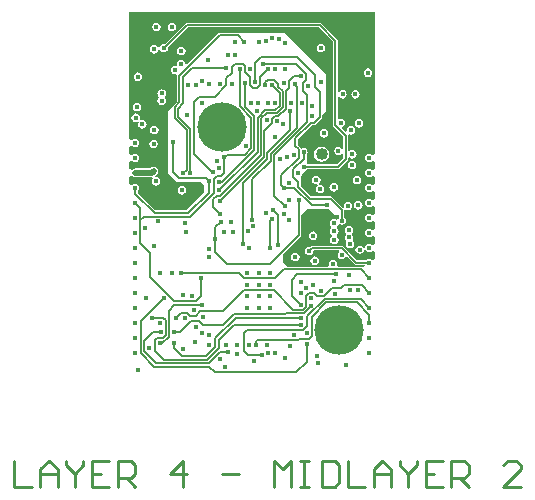
<source format=gbr>
%TF.GenerationSoftware,Altium Limited,Altium Designer,20.1.11 (218)*%
G04 Layer_Physical_Order=4*
G04 Layer_Color=16440176*
%FSLAX26Y26*%
%MOIN*%
%TF.SameCoordinates,F1652399-7491-40A6-9504-01A14B245E9D*%
%TF.FilePolarity,Positive*%
%TF.FileFunction,Copper,L4,Inr,Signal*%
%TF.Part,Single*%
G01*
G75*
%TA.AperFunction,Conductor*%
%ADD38C,0.005000*%
%ADD49C,0.019000*%
%TA.AperFunction,ComponentPad*%
%ADD62C,0.040000*%
%TA.AperFunction,ViaPad*%
%ADD64C,0.165000*%
%ADD65C,0.017716*%
%TA.AperFunction,NonConductor*%
%ADD66C,0.009842*%
G36*
X830428Y752959D02*
X826463Y750310D01*
X825384Y748695D01*
X819716Y748179D01*
X815132Y751242D01*
X809724Y752318D01*
X804317Y751242D01*
X799733Y748179D01*
X796670Y743595D01*
X795595Y738188D01*
X796670Y732781D01*
X799733Y728197D01*
X804317Y725134D01*
X809724Y724058D01*
X815132Y725134D01*
X819716Y728197D01*
X825385Y727683D01*
X826463Y726070D01*
X830428Y723421D01*
Y702959D01*
X826463Y700310D01*
X825384Y698695D01*
X819716Y698179D01*
X815132Y701242D01*
X809724Y702318D01*
X804317Y701242D01*
X799733Y698179D01*
X796670Y693595D01*
X795595Y688188D01*
X796670Y682781D01*
X799733Y678197D01*
X804317Y675134D01*
X809724Y674058D01*
X815132Y675134D01*
X819716Y678197D01*
X825385Y677683D01*
X826463Y676070D01*
X830428Y673421D01*
Y652959D01*
X826463Y650310D01*
X825384Y648695D01*
X819716Y648179D01*
X815132Y651242D01*
X809724Y652318D01*
X804317Y651242D01*
X799733Y648179D01*
X796670Y643595D01*
X795595Y638188D01*
X796670Y632781D01*
X799733Y628197D01*
X804317Y625134D01*
X809724Y624058D01*
X815132Y625134D01*
X819716Y628197D01*
X825385Y627683D01*
X826463Y626070D01*
X830428Y623421D01*
Y602959D01*
X826463Y600310D01*
X825384Y598695D01*
X819716Y598179D01*
X815132Y601242D01*
X809724Y602318D01*
X804317Y601242D01*
X799733Y598179D01*
X796670Y593595D01*
X795595Y588188D01*
X796670Y582781D01*
X799733Y578197D01*
X804317Y575134D01*
X809724Y574058D01*
X815132Y575134D01*
X819716Y578197D01*
X825385Y577683D01*
X826463Y576070D01*
X830428Y573421D01*
Y552959D01*
X826463Y550310D01*
X825384Y548695D01*
X819716Y548179D01*
X815132Y551242D01*
X809724Y552318D01*
X804317Y551242D01*
X799733Y548179D01*
X796670Y543595D01*
X795595Y538188D01*
X796670Y532781D01*
X799733Y528197D01*
X804317Y525134D01*
X809724Y524058D01*
X815132Y525134D01*
X819716Y528197D01*
X825385Y527683D01*
X826463Y526070D01*
X830428Y523421D01*
Y502959D01*
X826463Y500310D01*
X825384Y498695D01*
X819716Y498179D01*
X815132Y501242D01*
X809724Y502318D01*
X804317Y501242D01*
X799733Y498179D01*
X796670Y493595D01*
X795595Y488188D01*
X796670Y482781D01*
X799733Y478197D01*
X804317Y475134D01*
X809724Y474058D01*
X815132Y475134D01*
X819716Y478197D01*
X825385Y477683D01*
X826463Y476070D01*
X830428Y473421D01*
Y452959D01*
X826463Y450310D01*
X825384Y448695D01*
X819716Y448179D01*
X815132Y451242D01*
X809724Y452318D01*
X804317Y451242D01*
X799733Y448179D01*
X796670Y443595D01*
X795595Y438188D01*
X790879Y437265D01*
X787816Y441849D01*
X783232Y444912D01*
X777824Y445988D01*
X772417Y444912D01*
X767833Y441849D01*
X764770Y437265D01*
X763695Y431858D01*
X764770Y426451D01*
X767833Y421867D01*
X772417Y418804D01*
X777824Y417728D01*
X783232Y418804D01*
X787816Y421867D01*
X790879Y426451D01*
X791954Y431858D01*
X796670Y432781D01*
X799733Y428197D01*
X804317Y425134D01*
X809724Y424058D01*
X815132Y425134D01*
X819716Y428197D01*
X825385Y427683D01*
X826463Y426070D01*
X830428Y423421D01*
Y402959D01*
X826463Y400310D01*
X825384Y398695D01*
X819716Y398179D01*
X815132Y401242D01*
X809724Y402318D01*
X804317Y401242D01*
X799733Y398179D01*
X798167Y395835D01*
X769980D01*
X723407Y442407D01*
X720926Y444065D01*
X718000Y444647D01*
X619366D01*
X616440Y444065D01*
X613959Y442407D01*
X612190Y440638D01*
X609424Y441188D01*
X604017Y440112D01*
X599433Y437049D01*
X596370Y432465D01*
X595295Y427058D01*
X596370Y421651D01*
X599433Y417067D01*
X604017Y414004D01*
X609424Y412928D01*
X614832Y414004D01*
X619416Y417067D01*
X622479Y421651D01*
X623554Y427058D01*
X625438Y429353D01*
X708530D01*
X710047Y424353D01*
X708009Y422991D01*
X704946Y418407D01*
X703870Y413000D01*
X704946Y407593D01*
X708009Y403009D01*
X712593Y399946D01*
X718000Y398870D01*
X723407Y399946D01*
X727991Y403009D01*
X730440Y406674D01*
X735902Y408284D01*
X761405Y382781D01*
X763886Y381123D01*
X766812Y380541D01*
X794163D01*
X795067Y379273D01*
X792491Y374273D01*
X704715D01*
X701505Y379273D01*
X702159Y382560D01*
X701083Y387967D01*
X698020Y392551D01*
X693436Y395614D01*
X688029Y396690D01*
X682622Y395614D01*
X678038Y392551D01*
X674975Y387967D01*
X673899Y382560D01*
X674553Y379273D01*
X671344Y374273D01*
X540212D01*
X523414Y391070D01*
X523414Y417414D01*
X583000Y477000D01*
X583000Y546260D01*
X602341Y565601D01*
X676664Y565601D01*
X695177Y547088D01*
X709908Y547088D01*
X710077Y542158D01*
Y540016D01*
X707733Y538449D01*
X704670Y533865D01*
X699178Y531881D01*
X698832Y532112D01*
X693424Y533188D01*
X688017Y532112D01*
X683433Y529049D01*
X680370Y524465D01*
X679295Y519058D01*
X680370Y513651D01*
X683433Y509067D01*
X683691Y508895D01*
Y502881D01*
X683433Y502709D01*
X680370Y498125D01*
X679295Y492718D01*
X680370Y487311D01*
X683433Y482727D01*
X685528Y481327D01*
Y475449D01*
X683433Y474049D01*
X680370Y469465D01*
X679295Y464058D01*
X680370Y458651D01*
X683433Y454067D01*
X688017Y451004D01*
X693424Y449928D01*
X698832Y451004D01*
X703416Y454067D01*
X706479Y458651D01*
X707554Y464058D01*
X706479Y469465D01*
X703416Y474049D01*
X701321Y475449D01*
Y481327D01*
X703416Y482727D01*
X706479Y487311D01*
X707554Y492718D01*
X706479Y498125D01*
X703416Y502709D01*
X703158Y502881D01*
Y508895D01*
X703416Y509067D01*
X706479Y513651D01*
X711971Y515635D01*
X712317Y515404D01*
X717724Y514328D01*
X723132Y515404D01*
X727716Y518467D01*
X730779Y523051D01*
X731854Y528458D01*
X730779Y533865D01*
X727716Y538449D01*
X725371Y540016D01*
Y563276D01*
X725177Y564254D01*
X725251Y564327D01*
X729782Y566733D01*
X733117Y564504D01*
X738524Y563428D01*
X743932Y564504D01*
X748516Y567567D01*
X751578Y572151D01*
X752654Y577558D01*
X751578Y582965D01*
X748516Y587549D01*
X743932Y590612D01*
X738524Y591688D01*
X733117Y590612D01*
X728533Y587549D01*
X725470Y582965D01*
X724395Y577558D01*
X725156Y573729D01*
X720548Y571266D01*
X709908Y581906D01*
Y583092D01*
X683311Y609688D01*
X615498Y609688D01*
X581516Y643669D01*
Y676023D01*
X582991Y677009D01*
X586054Y681593D01*
X586350Y683078D01*
X602343Y699072D01*
Y700353D01*
X705428D01*
X708355Y700935D01*
X710836Y702593D01*
X736494Y728252D01*
X738152Y730732D01*
X738734Y733659D01*
Y737100D01*
X742119Y738516D01*
X743734Y738866D01*
X748017Y736004D01*
X753424Y734928D01*
X758832Y736004D01*
X763416Y739067D01*
X766479Y743651D01*
X767554Y749058D01*
X766479Y754465D01*
X763416Y759049D01*
X758832Y762112D01*
X753424Y763188D01*
X748017Y762112D01*
X743734Y759250D01*
X742119Y759600D01*
X738734Y761016D01*
Y811913D01*
X738519Y812996D01*
X742859Y816110D01*
X743017Y816004D01*
X748424Y814928D01*
X753832Y816004D01*
X758416Y819067D01*
X761479Y823651D01*
X762554Y829058D01*
X761479Y834465D01*
X758416Y839049D01*
X753832Y842112D01*
X748424Y843188D01*
X743017Y842112D01*
X738433Y839049D01*
X735370Y834465D01*
X734295Y829058D01*
X734907Y825978D01*
X730299Y823515D01*
X717537Y836277D01*
X719183Y841702D01*
X720407Y841946D01*
X724991Y845009D01*
X728054Y849593D01*
X729130Y855000D01*
X728054Y860407D01*
X724991Y864991D01*
X720407Y868054D01*
X715000Y869130D01*
X709593Y868054D01*
X704647Y870763D01*
Y938802D01*
X709647Y940318D01*
X710483Y939067D01*
X715067Y936004D01*
X720474Y934928D01*
X725882Y936004D01*
X730466Y939067D01*
X733529Y943651D01*
X734604Y949058D01*
X733529Y954465D01*
X730466Y959049D01*
X725882Y962112D01*
X720474Y963188D01*
X715067Y962112D01*
X710483Y959049D01*
X709647Y957798D01*
X704647Y959314D01*
Y1126955D01*
X704065Y1129882D01*
X702407Y1132362D01*
X649632Y1185138D01*
X647151Y1186795D01*
X644225Y1187377D01*
X201254D01*
X201254Y1187377D01*
X198327Y1186795D01*
X195846Y1185138D01*
X195846Y1185137D01*
X127268Y1116559D01*
X124503Y1117109D01*
X119096Y1116034D01*
X114512Y1112971D01*
X111449Y1108387D01*
X110982Y1106040D01*
X110094Y1105730D01*
X105779Y1105512D01*
X103416Y1109049D01*
X98832Y1112112D01*
X93424Y1113188D01*
X88017Y1112112D01*
X83433Y1109049D01*
X80370Y1104465D01*
X79295Y1099058D01*
X80370Y1093651D01*
X83433Y1089067D01*
X88017Y1086004D01*
X93424Y1084928D01*
X98832Y1086004D01*
X103416Y1089067D01*
X106478Y1093651D01*
X106945Y1095997D01*
X107833Y1096308D01*
X112148Y1096525D01*
X114512Y1092988D01*
X119096Y1089925D01*
X124503Y1088850D01*
X129910Y1089925D01*
X134494Y1092988D01*
X137557Y1097572D01*
X138632Y1102979D01*
X138082Y1105745D01*
X204421Y1172083D01*
X641057D01*
X689353Y1123788D01*
Y846000D01*
X689935Y843074D01*
X691593Y840593D01*
X723440Y808745D01*
Y769339D01*
X718440Y767822D01*
X716991Y769991D01*
X712407Y773054D01*
X707000Y774130D01*
X701593Y773054D01*
X697009Y769991D01*
X693946Y765407D01*
X692870Y760000D01*
X693946Y754593D01*
X697009Y750009D01*
X701593Y746946D01*
X707000Y745870D01*
X712407Y746946D01*
X716991Y750009D01*
X718440Y752178D01*
X723440Y750661D01*
Y736826D01*
X702261Y715647D01*
X605879D01*
X602344Y719183D01*
X602344Y748570D01*
X603696Y750593D01*
X604771Y756000D01*
X603696Y761407D01*
X600633Y765991D01*
X596049Y769054D01*
X590642Y770130D01*
X585235Y769054D01*
X583446Y767859D01*
X571000Y780304D01*
X571000Y799078D01*
X618342Y846353D01*
X624000D01*
X626926Y846935D01*
X629407Y848593D01*
X650731Y869917D01*
X650732Y869917D01*
X652389Y872398D01*
X652971Y875324D01*
X652971Y875325D01*
Y880933D01*
X664611Y892556D01*
X664611Y1017940D01*
X528551Y1154000D01*
X306000Y1154000D01*
X202389Y1050389D01*
X196964Y1052035D01*
X196478Y1054475D01*
X193416Y1059059D01*
X188832Y1062122D01*
X183424Y1063198D01*
X178017Y1062122D01*
X173433Y1059059D01*
X170370Y1054475D01*
X169295Y1049068D01*
X169356Y1048758D01*
X168834Y1047891D01*
X165024Y1044910D01*
X161414Y1045628D01*
X156007Y1044552D01*
X151423Y1041489D01*
X148360Y1036905D01*
X147285Y1031498D01*
X148360Y1026091D01*
X151423Y1021507D01*
X156007Y1018444D01*
X161414Y1017368D01*
X164398Y1017962D01*
X168850Y1014462D01*
X169000Y1014167D01*
Y925000D01*
X137534Y893534D01*
X137534Y688466D01*
X168082Y657917D01*
X249152Y657917D01*
X258676Y648220D01*
X258676Y623918D01*
X197147Y562239D01*
X96137D01*
X37201Y621175D01*
Y626630D01*
X39546Y628197D01*
X42608Y632781D01*
X43684Y638188D01*
X42608Y643595D01*
X39546Y648179D01*
X34962Y651242D01*
X29554Y652318D01*
X24147Y651242D01*
X19563Y648179D01*
X19560Y648175D01*
X13547D01*
X12120Y650310D01*
X8156Y652959D01*
Y673421D01*
X12120Y676070D01*
X13160Y677625D01*
X19101Y677734D01*
X23897Y674529D01*
X29554Y673404D01*
X85824D01*
X86004Y673440D01*
X87971Y669885D01*
X88260Y668790D01*
X85370Y664465D01*
X84295Y659058D01*
X85370Y653651D01*
X88433Y649067D01*
X93017Y646004D01*
X98424Y644928D01*
X103832Y646004D01*
X108416Y649067D01*
X111478Y653651D01*
X112554Y659058D01*
X111478Y664465D01*
X108416Y669049D01*
X103832Y672112D01*
X98463Y673180D01*
X98340Y673367D01*
X96431Y677411D01*
X96434Y677890D01*
X101008Y682464D01*
X104213Y687260D01*
X105338Y692918D01*
X104213Y698576D01*
X101008Y703372D01*
X96212Y706577D01*
X90554Y707702D01*
X84897Y706577D01*
X80100Y703372D01*
X79701Y702972D01*
X29554D01*
X23897Y701847D01*
X19101Y698642D01*
X13161Y698753D01*
X12120Y700310D01*
X8156Y702959D01*
Y723421D01*
X12120Y726070D01*
X13546Y728203D01*
X19559D01*
X19563Y728197D01*
X24147Y725134D01*
X29554Y724058D01*
X34962Y725134D01*
X39546Y728197D01*
X42608Y732781D01*
X43684Y738188D01*
X42608Y743595D01*
X39546Y748179D01*
X34962Y751242D01*
X29554Y752318D01*
X24147Y751242D01*
X19563Y748179D01*
X19560Y748175D01*
X13547D01*
X12120Y750310D01*
X8156Y752959D01*
Y773421D01*
X12120Y776070D01*
X13546Y778203D01*
X19559D01*
X19563Y778197D01*
X24147Y775134D01*
X29554Y774058D01*
X34962Y775134D01*
X39546Y778197D01*
X42608Y782781D01*
X43684Y788188D01*
X42608Y793595D01*
X39546Y798179D01*
X34962Y801242D01*
X29554Y802318D01*
X24147Y801242D01*
X19563Y798179D01*
X19560Y798175D01*
X13547D01*
X12120Y800310D01*
X8156Y802959D01*
Y1224128D01*
X830428D01*
Y752959D01*
D02*
G37*
%LPC*%
G36*
X151574Y1188188D02*
X146167Y1187112D01*
X141583Y1184049D01*
X138520Y1179465D01*
X137445Y1174058D01*
X138520Y1168651D01*
X141583Y1164067D01*
X146167Y1161004D01*
X151574Y1159928D01*
X156982Y1161004D01*
X161566Y1164067D01*
X164629Y1168651D01*
X165704Y1174058D01*
X164629Y1179465D01*
X161566Y1184049D01*
X156982Y1187112D01*
X151574Y1188188D01*
D02*
G37*
G36*
X100394D02*
X94987Y1187112D01*
X90403Y1184049D01*
X87340Y1179465D01*
X86265Y1174058D01*
X87340Y1168651D01*
X90403Y1164067D01*
X94987Y1161004D01*
X100394Y1159928D01*
X105802Y1161004D01*
X110386Y1164067D01*
X113448Y1168651D01*
X114524Y1174058D01*
X113448Y1179465D01*
X110386Y1184049D01*
X105802Y1187112D01*
X100394Y1188188D01*
D02*
G37*
G36*
X648278Y1117130D02*
X642871Y1116054D01*
X638287Y1112991D01*
X635224Y1108407D01*
X634149Y1103000D01*
X635224Y1097593D01*
X638287Y1093009D01*
X642871Y1089946D01*
X648278Y1088870D01*
X653686Y1089946D01*
X658270Y1093009D01*
X661332Y1097593D01*
X662408Y1103000D01*
X661332Y1108407D01*
X658270Y1112991D01*
X653686Y1116054D01*
X648278Y1117130D01*
D02*
G37*
G36*
X183424Y1108188D02*
X178017Y1107112D01*
X173433Y1104049D01*
X170370Y1099465D01*
X169295Y1094058D01*
X170370Y1088651D01*
X173433Y1084067D01*
X178017Y1081004D01*
X183424Y1079928D01*
X188832Y1081004D01*
X193416Y1084067D01*
X196478Y1088651D01*
X197554Y1094058D01*
X196478Y1099465D01*
X193416Y1104049D01*
X188832Y1107112D01*
X183424Y1108188D01*
D02*
G37*
G36*
X805714Y1035468D02*
X800307Y1034392D01*
X795723Y1031329D01*
X792660Y1026745D01*
X791585Y1021338D01*
X792660Y1015931D01*
X795723Y1011347D01*
X800307Y1008284D01*
X805714Y1007208D01*
X811122Y1008284D01*
X815706Y1011347D01*
X818769Y1015931D01*
X819844Y1021338D01*
X818769Y1026745D01*
X815706Y1031329D01*
X811122Y1034392D01*
X805714Y1035468D01*
D02*
G37*
G36*
X38000Y1022130D02*
X32593Y1021054D01*
X28009Y1017991D01*
X24946Y1013407D01*
X23870Y1008000D01*
X24946Y1002593D01*
X28009Y998009D01*
X32593Y994946D01*
X38000Y993870D01*
X43407Y994946D01*
X47991Y998009D01*
X51054Y1002593D01*
X52130Y1008000D01*
X51054Y1013407D01*
X47991Y1017991D01*
X43407Y1021054D01*
X38000Y1022130D01*
D02*
G37*
G36*
X763784Y963548D02*
X758377Y962472D01*
X753793Y959409D01*
X750730Y954825D01*
X749655Y949418D01*
X750730Y944011D01*
X753793Y939427D01*
X758377Y936364D01*
X763784Y935288D01*
X769192Y936364D01*
X773776Y939427D01*
X776838Y944011D01*
X777914Y949418D01*
X776838Y954825D01*
X773776Y959409D01*
X769192Y962472D01*
X763784Y963548D01*
D02*
G37*
G36*
X117899Y966403D02*
X112491Y965328D01*
X107907Y962265D01*
X104844Y957681D01*
X103769Y952274D01*
X104844Y946866D01*
X107016Y943617D01*
X107539Y940119D01*
X106988Y936884D01*
X104770Y933565D01*
X103695Y928158D01*
X104770Y922751D01*
X107833Y918167D01*
X112417Y915104D01*
X117824Y914028D01*
X123232Y915104D01*
X127816Y918167D01*
X130879Y922751D01*
X131954Y928158D01*
X130879Y933565D01*
X128185Y937596D01*
X127890Y942283D01*
X130953Y946866D01*
X132028Y952274D01*
X130953Y957681D01*
X127890Y962265D01*
X123306Y965328D01*
X117899Y966403D01*
D02*
G37*
G36*
X35748Y920898D02*
X30340Y919822D01*
X25756Y916759D01*
X22694Y912175D01*
X21618Y906768D01*
X22694Y901361D01*
X25756Y896777D01*
X30340Y893714D01*
X35748Y892638D01*
X41155Y893714D01*
X45739Y896777D01*
X48802Y901361D01*
X49877Y906768D01*
X48802Y912175D01*
X45739Y916759D01*
X41155Y919822D01*
X35748Y920898D01*
D02*
G37*
G36*
X775584Y866498D02*
X770177Y865422D01*
X765593Y862359D01*
X762530Y857775D01*
X761455Y852368D01*
X762530Y846961D01*
X765593Y842377D01*
X770177Y839314D01*
X775584Y838238D01*
X780992Y839314D01*
X785576Y842377D01*
X788639Y846961D01*
X789714Y852368D01*
X788639Y857775D01*
X785576Y862359D01*
X780992Y865422D01*
X775584Y866498D01*
D02*
G37*
G36*
X31134Y885468D02*
X25727Y884392D01*
X21143Y881329D01*
X18080Y876745D01*
X17005Y871338D01*
X18080Y865931D01*
X21143Y861347D01*
X25727Y858284D01*
X31134Y857208D01*
X36542Y858284D01*
X37216Y858735D01*
X40821Y855130D01*
X40370Y854455D01*
X39295Y849048D01*
X40370Y843641D01*
X43433Y839057D01*
X48017Y835994D01*
X53424Y834918D01*
X58832Y835994D01*
X63416Y839057D01*
X66478Y843641D01*
X67554Y849048D01*
X66478Y854455D01*
X63416Y859039D01*
X58832Y862102D01*
X53424Y863178D01*
X48017Y862102D01*
X47343Y861651D01*
X43738Y865256D01*
X44188Y865931D01*
X45264Y871338D01*
X44188Y876745D01*
X41126Y881329D01*
X36542Y884392D01*
X31134Y885468D01*
D02*
G37*
G36*
X93424Y844838D02*
X88017Y843762D01*
X83433Y840699D01*
X80370Y836115D01*
X79295Y830708D01*
X80370Y825301D01*
X83433Y820717D01*
X88017Y817654D01*
X93424Y816578D01*
X98832Y817654D01*
X103416Y820717D01*
X106478Y825301D01*
X107554Y830708D01*
X106478Y836115D01*
X103416Y840699D01*
X98832Y843762D01*
X93424Y844838D01*
D02*
G37*
G36*
X658424Y833188D02*
X653017Y832112D01*
X648433Y829049D01*
X645370Y824465D01*
X644295Y819058D01*
X645370Y813651D01*
X648433Y809067D01*
X653017Y806004D01*
X658424Y804928D01*
X663832Y806004D01*
X668416Y809067D01*
X671479Y813651D01*
X672554Y819058D01*
X671479Y824465D01*
X668416Y829049D01*
X663832Y832112D01*
X658424Y833188D01*
D02*
G37*
G36*
X90554Y797598D02*
X85147Y796522D01*
X80563Y793459D01*
X77500Y788875D01*
X76425Y783468D01*
X77500Y778061D01*
X80563Y773477D01*
X85147Y770414D01*
X90554Y769338D01*
X95962Y770414D01*
X100546Y773477D01*
X103609Y778061D01*
X104684Y783468D01*
X103609Y788875D01*
X100546Y793459D01*
X95962Y796522D01*
X90554Y797598D01*
D02*
G37*
G36*
X650473Y774548D02*
X640718Y772607D01*
X632449Y767082D01*
X626923Y758812D01*
X624983Y749058D01*
X626923Y739303D01*
X632449Y731034D01*
X640718Y725509D01*
X650473Y723568D01*
X660227Y725509D01*
X668497Y731034D01*
X674022Y739303D01*
X675962Y749058D01*
X674022Y758812D01*
X668497Y767082D01*
X660227Y772607D01*
X650473Y774548D01*
D02*
G37*
G36*
X752994Y727758D02*
X747587Y726682D01*
X743003Y723619D01*
X739940Y719035D01*
X738865Y713628D01*
X739940Y708221D01*
X743003Y703637D01*
X747587Y700574D01*
X752994Y699498D01*
X758402Y700574D01*
X762986Y703637D01*
X766048Y708221D01*
X767124Y713628D01*
X766048Y719035D01*
X762986Y723619D01*
X758402Y726682D01*
X752994Y727758D01*
D02*
G37*
G36*
X768424Y678188D02*
X763017Y677112D01*
X758433Y674049D01*
X755370Y669465D01*
X754295Y664058D01*
X755370Y658651D01*
X758433Y654067D01*
X763017Y651004D01*
X768424Y649928D01*
X773832Y651004D01*
X778416Y654067D01*
X781479Y658651D01*
X782554Y664058D01*
X781479Y669465D01*
X778416Y674049D01*
X773832Y677112D01*
X768424Y678188D01*
D02*
G37*
G36*
X691144Y653188D02*
X685737Y652112D01*
X681153Y649049D01*
X678090Y644465D01*
X677015Y639058D01*
X678090Y633651D01*
X681153Y629067D01*
X685737Y626004D01*
X691144Y624928D01*
X696552Y626004D01*
X701136Y629067D01*
X704198Y633651D01*
X705274Y639058D01*
X704198Y644465D01*
X701136Y649049D01*
X696552Y652112D01*
X691144Y653188D01*
D02*
G37*
G36*
X633424Y678178D02*
X628017Y677102D01*
X623433Y674039D01*
X620370Y669455D01*
X619295Y664048D01*
X620370Y658641D01*
X623433Y654057D01*
X628017Y650994D01*
X633424Y649918D01*
X635996Y650430D01*
X637002Y650630D01*
X638953Y645920D01*
X638136Y645374D01*
X636153Y644049D01*
X633090Y639465D01*
X632015Y634058D01*
X633090Y628651D01*
X636153Y624067D01*
X640737Y621004D01*
X646144Y619928D01*
X651552Y621004D01*
X656136Y624067D01*
X659198Y628651D01*
X660274Y634058D01*
X659198Y639465D01*
X656136Y644049D01*
X651552Y647112D01*
X646144Y648188D01*
X643573Y647676D01*
X642567Y647476D01*
X640616Y652186D01*
X641433Y652732D01*
X643416Y654057D01*
X646479Y658641D01*
X647554Y664048D01*
X646479Y669455D01*
X643416Y674039D01*
X638832Y677102D01*
X633424Y678178D01*
D02*
G37*
G36*
X185034Y643588D02*
X179627Y642512D01*
X175043Y639449D01*
X171980Y634865D01*
X170905Y629458D01*
X171980Y624051D01*
X175043Y619467D01*
X179627Y616404D01*
X185034Y615328D01*
X190442Y616404D01*
X195026Y619467D01*
X198089Y624051D01*
X199164Y629458D01*
X198089Y634865D01*
X195026Y639449D01*
X190442Y642512D01*
X185034Y643588D01*
D02*
G37*
G36*
X773024Y593588D02*
X767617Y592512D01*
X763033Y589449D01*
X759970Y584865D01*
X758895Y579458D01*
X759970Y574051D01*
X763033Y569467D01*
X767617Y566404D01*
X773024Y565328D01*
X778432Y566404D01*
X783016Y569467D01*
X786078Y574051D01*
X787154Y579458D01*
X786078Y584865D01*
X783016Y589449D01*
X778432Y592512D01*
X773024Y593588D01*
D02*
G37*
G36*
X622724Y492088D02*
X617317Y491012D01*
X612733Y487949D01*
X609670Y483365D01*
X608595Y477958D01*
X609670Y472551D01*
X612733Y467967D01*
X617317Y464904D01*
X622724Y463828D01*
X628132Y464904D01*
X632716Y467967D01*
X635779Y472551D01*
X636854Y477958D01*
X635779Y483365D01*
X632716Y487949D01*
X628132Y491012D01*
X622724Y492088D01*
D02*
G37*
G36*
X742424Y511188D02*
X737017Y510112D01*
X732433Y507049D01*
X729370Y502465D01*
X728295Y497058D01*
X729370Y491651D01*
X731520Y488433D01*
X732092Y485048D01*
X731520Y481663D01*
X729370Y478445D01*
X728295Y473038D01*
X729370Y467631D01*
X732433Y463047D01*
X733050Y456621D01*
X732010Y455065D01*
X730935Y449658D01*
X732010Y444251D01*
X735073Y439667D01*
X739657Y436604D01*
X745064Y435528D01*
X750472Y436604D01*
X755056Y439667D01*
X758119Y444251D01*
X759194Y449658D01*
X758119Y455065D01*
X755056Y459649D01*
X754439Y466075D01*
X755479Y467631D01*
X756554Y473038D01*
X755479Y478445D01*
X753328Y481663D01*
X752757Y485048D01*
X753328Y488433D01*
X755479Y491651D01*
X756554Y497058D01*
X755479Y502465D01*
X752416Y507049D01*
X747832Y510112D01*
X742424Y511188D01*
D02*
G37*
G36*
X563424Y421188D02*
X558017Y420112D01*
X553433Y417049D01*
X550370Y412465D01*
X549295Y407058D01*
X550370Y401651D01*
X553433Y397067D01*
X558017Y394004D01*
X563424Y392928D01*
X568832Y394004D01*
X573416Y397067D01*
X576479Y401651D01*
X577554Y407058D01*
X576479Y412465D01*
X573416Y417049D01*
X568832Y420112D01*
X563424Y421188D01*
D02*
G37*
G36*
X627424Y409188D02*
X622017Y408112D01*
X617433Y405049D01*
X614370Y400465D01*
X613295Y395058D01*
X614370Y389651D01*
X617433Y385067D01*
X622017Y382004D01*
X627424Y380928D01*
X632832Y382004D01*
X637416Y385067D01*
X640479Y389651D01*
X641554Y395058D01*
X640479Y400465D01*
X637416Y405049D01*
X632832Y408112D01*
X627424Y409188D01*
D02*
G37*
%LPD*%
D38*
X175970Y669029D02*
X264753D01*
X154642Y690358D02*
Y791265D01*
Y690358D02*
X175970Y669029D01*
X274824Y620824D02*
Y658958D01*
X94562Y553000D02*
X207000D01*
X274824Y620824D01*
X29554Y618008D02*
X94562Y553000D01*
X276056Y42000D02*
X295557Y22500D01*
X92000Y42000D02*
X276056D01*
X48424Y85576D02*
X92000Y42000D01*
X48424Y85576D02*
Y193468D01*
X767314Y256158D02*
X809724Y213748D01*
Y188188D02*
Y213748D01*
X609424Y427058D02*
X619366Y437000D01*
X718000D01*
X766812Y388188D01*
X681000Y600000D02*
X717724Y563276D01*
Y528458D02*
Y563276D01*
X572000Y641000D02*
Y657000D01*
X556000Y673000D02*
Y699000D01*
Y673000D02*
X572000Y657000D01*
Y641000D02*
X613000Y600000D01*
X330287Y742000D02*
X336287Y748000D01*
X327000Y742000D02*
X330287D01*
X336287Y748000D02*
X395002D01*
X87371Y204815D02*
X121186D01*
X130534Y195466D01*
X86614Y204058D02*
X87371Y204815D01*
X782005Y365908D02*
X809724Y338188D01*
X524274Y365908D02*
X782005D01*
X296379Y422945D02*
Y469840D01*
X296352Y466986D02*
Y507286D01*
X314124Y525058D01*
X296379Y422945D02*
X335324Y384000D01*
X574358Y480358D02*
Y597000D01*
X478000Y384000D02*
X574358Y480358D01*
X335324Y384000D02*
X478000D01*
X188424Y685388D02*
X188754D01*
X201000Y697634D01*
X161000Y871000D02*
X201000Y831000D01*
Y697634D02*
Y831000D01*
X161000Y871000D02*
Y906142D01*
X177000Y1012000D02*
X310734Y1145734D01*
X177000Y922142D02*
Y1012000D01*
X310734Y1145734D02*
X372028D01*
X161000Y906142D02*
X177000Y922142D01*
X372028Y1145734D02*
X393704Y1124058D01*
X590642Y756000D02*
X591000Y755642D01*
X590642Y708000D02*
X705428D01*
X591000Y734000D02*
Y755642D01*
X574000Y738000D02*
Y765490D01*
X517000Y681000D02*
X574000Y738000D01*
X563000Y776490D02*
X574000Y765490D01*
X556000Y699000D02*
X591000Y734000D01*
X59424Y92718D02*
X98142Y54000D01*
X59424Y92718D02*
Y127058D01*
X98142Y54000D02*
X274866D01*
X295557Y22500D02*
X565847D01*
X274866Y54000D02*
X310924Y90058D01*
X265386Y76000D02*
X296662Y107276D01*
X157484Y102516D02*
X184000Y76000D01*
X157484Y102516D02*
Y120078D01*
X184000Y76000D02*
X265386D01*
X95424Y94576D02*
X125000Y65000D01*
X269000D02*
X308000Y104000D01*
X125000Y65000D02*
X269000D01*
X95424Y94576D02*
Y129058D01*
X140824Y141448D02*
Y226824D01*
X160068Y246068D02*
X253424D01*
X140824Y226824D02*
X160068Y246068D01*
X165354Y204058D02*
X182354Y221058D01*
X160382Y259000D02*
X231966D01*
X250224Y277258D01*
X79424Y339958D02*
X160382Y259000D01*
X254424Y179058D02*
X320884D01*
X358826Y217000D02*
X529366D01*
X320884Y179058D02*
X358826Y217000D01*
X529366D02*
X534064Y221698D01*
X308000Y104000D02*
Y131000D01*
X358058Y181058D02*
X582424D01*
X308000Y131000D02*
X358058Y181058D01*
X364058Y204058D02*
X582424D01*
X296662Y107276D02*
Y136662D01*
X364058Y204058D01*
X310924Y90058D02*
X337424D01*
X565847Y22500D02*
X601424Y58077D01*
X494424Y336058D02*
X524274Y365908D01*
X766812Y388188D02*
X809724D01*
X212599Y685388D02*
Y833544D01*
X264753Y669029D02*
X274824Y658958D01*
X289000Y573182D02*
X312124Y550058D01*
X601424Y58077D02*
Y117058D01*
X602324Y857324D02*
Y945758D01*
X588724Y959358D02*
X602324Y945758D01*
X644225Y1179730D02*
X697000Y1126955D01*
X124503Y1102979D02*
X201254Y1179730D01*
X644225D01*
X697000Y846000D02*
Y1126955D01*
X731087Y733659D02*
Y811913D01*
X697000Y846000D02*
X731087Y811913D01*
X705428Y708000D02*
X731087Y733659D01*
X171000Y875142D02*
X212599Y833544D01*
X171000Y875142D02*
Y902000D01*
X29554Y618008D02*
Y638188D01*
X57519Y541986D02*
X213592D01*
X291724Y620119D02*
Y666724D01*
X213592Y541986D02*
X291724Y620119D01*
X29554Y588188D02*
X46924Y570818D01*
Y531392D02*
Y570818D01*
Y452428D02*
Y531392D01*
X57519Y541986D01*
X504424Y446058D02*
Y548576D01*
X188000Y1007000D02*
X218458Y1037458D01*
X188000Y919000D02*
Y1007000D01*
X218458Y1037458D02*
X330624D01*
X171000Y902000D02*
X188000Y919000D01*
X614000Y854000D02*
X624000D01*
X645324Y875324D02*
Y957658D01*
X624000Y854000D02*
X645324Y875324D01*
X489000Y564000D02*
X504424Y548576D01*
X477693Y437817D02*
Y525667D01*
X486284Y534258D01*
X389066Y450934D02*
X390000Y450000D01*
X389066Y450934D02*
Y653066D01*
X527000Y638000D02*
X559000D01*
X617242Y579758D02*
X667324D01*
X559000Y638000D02*
X617242Y579758D01*
X613000Y600000D02*
X681000D01*
X517000Y648000D02*
Y681000D01*
X563000Y803000D02*
X614000Y854000D01*
X563000Y776490D02*
Y803000D01*
X492000Y747000D02*
X602324Y857324D01*
X492000Y611045D02*
Y747000D01*
X481000Y728686D02*
Y751000D01*
X568000Y838000D02*
Y972771D01*
X481000Y751000D02*
X568000Y838000D01*
X517000Y648000D02*
X527000Y638000D01*
X552000Y277482D02*
Y331000D01*
X570378Y349378D02*
X698674D01*
X552000Y331000D02*
X570378Y349378D01*
X552000Y277482D02*
X581424Y248058D01*
X327000Y687190D02*
Y742000D01*
X315810Y676000D02*
X327000Y687190D01*
X301000Y676000D02*
X315810D01*
X395002Y748000D02*
X416292Y769290D01*
X291724Y666724D02*
X301000Y676000D01*
X449000Y868858D02*
X467142Y887000D01*
X313000Y611000D02*
X449000Y747000D01*
Y868858D01*
X310924Y592558D02*
X460000Y741634D01*
Y828000D02*
X485000Y853000D01*
X460000Y741634D02*
Y828000D01*
X308324Y629458D02*
X309458D01*
X438000Y872000D02*
X463000Y897000D01*
X309458Y629458D02*
X438000Y758000D01*
Y872000D01*
X470000Y734000D02*
Y755000D01*
X389066Y653066D02*
X470000Y734000D01*
Y755000D02*
X546035Y831035D01*
X419140Y666826D02*
X481000Y728686D01*
X492000Y611045D02*
X527564Y575481D01*
X396812Y906188D02*
X427000Y876000D01*
Y765000D02*
Y876000D01*
X390000Y728000D02*
X427000Y765000D01*
X416292Y769290D02*
Y871708D01*
X378424Y909576D02*
X416292Y871708D01*
X561424Y979346D02*
X568000Y972771D01*
X561424Y979346D02*
Y982058D01*
X546035Y831035D02*
Y895368D01*
X419140Y531774D02*
Y666826D01*
X485000Y853000D02*
Y868000D01*
X301000Y611000D02*
X313000D01*
X289000Y599000D02*
X301000Y611000D01*
X289000Y573182D02*
Y599000D01*
X485000Y868000D02*
X494000Y877000D01*
X506186D01*
X467142Y887000D02*
X502000D01*
X520534Y905534D01*
X506186Y877000D02*
X531000Y901814D01*
X520534Y905534D02*
Y959248D01*
X543000Y971000D02*
Y992734D01*
X531000Y901814D02*
Y959000D01*
X543000Y971000D01*
Y992734D02*
X559324Y1009058D01*
X463000Y897000D02*
X495766D01*
X510534Y911768D01*
X318794Y656794D02*
X390000Y728000D01*
X308674Y656794D02*
X318794D01*
X390000Y728000D02*
X390000D01*
X510534Y911768D02*
Y954848D01*
X396812Y906188D02*
Y985658D01*
X378424Y909576D02*
Y1034058D01*
X286917Y691366D02*
X287216D01*
X450416Y1073416D02*
X569584D01*
X628000Y1015000D01*
Y974982D02*
X645324Y957658D01*
X628000Y974982D02*
Y1015000D01*
X432424Y112058D02*
Y125424D01*
X438000Y131000D02*
X573066D01*
X432424Y125424D02*
X438000Y131000D01*
X573066D02*
X577066Y135000D01*
X609166D02*
X618424Y144258D01*
X577066Y135000D02*
X609166D01*
X227000Y751282D02*
X286917Y691366D01*
X227000Y924484D02*
X243574Y941058D01*
X227000Y751282D02*
Y924484D01*
X588724Y985458D02*
X599783Y996516D01*
Y1015834D01*
X564616Y1051000D02*
X599783Y1015834D01*
X457000Y1051000D02*
X564616D01*
X446358Y1006859D02*
X473424Y1033925D01*
X446358Y982000D02*
Y1006859D01*
X430000Y988776D02*
Y1053000D01*
X450416Y1073416D01*
X588724Y959358D02*
Y985458D01*
X463684Y979298D02*
X463704Y979278D01*
Y978958D02*
Y979278D01*
X436000Y971642D02*
X446358Y982000D01*
X423224Y971642D02*
X436000D01*
X413642Y981224D02*
X423224Y971642D01*
X413642Y981224D02*
Y1007441D01*
X395724Y1025358D02*
X413642Y1007441D01*
X486424Y978958D02*
X510534Y954848D01*
X463684Y989518D02*
X471524Y997358D01*
X463684Y979298D02*
Y989518D01*
X717000Y305000D02*
X726058Y314058D01*
X684166Y305000D02*
X717000D01*
X726058Y314058D02*
X783854D01*
X657224Y278058D02*
X684166Y305000D01*
X783854Y314058D02*
X809724Y288188D01*
X403698Y164698D02*
X589724D01*
X391424Y94058D02*
Y152424D01*
X403698Y164698D01*
X320558Y225558D02*
X392058Y297058D01*
X246924Y225558D02*
X320558D01*
X392058Y297058D02*
X491224D01*
X48424Y193468D02*
X124014Y269058D01*
X130534Y146168D02*
Y195466D01*
X59424Y127058D02*
X87884Y155518D01*
X603424Y208758D02*
X660944Y266278D01*
X771345D02*
X771464Y266158D01*
X660944Y266278D02*
X771345D01*
X781754Y266158D02*
X809724Y238188D01*
X771464Y266158D02*
X781754D01*
X46924Y452428D02*
X79424Y419928D01*
X293824Y941058D02*
X332000Y979234D01*
Y1002534D02*
X350924Y1021458D01*
X332000Y979234D02*
Y1002534D01*
X243574Y941058D02*
X293824D01*
X393424Y336058D02*
X494424D01*
X374424Y355058D02*
X393424Y336058D01*
X559324Y1009058D02*
X583424D01*
X387224Y1050858D02*
X395724Y1042358D01*
Y1025358D02*
Y1042358D01*
X666524Y256158D02*
X767314D01*
X618424Y208058D02*
X666524Y256158D01*
X618424Y144258D02*
Y208058D01*
X505924Y973858D02*
X520534Y959248D01*
X505924Y973858D02*
Y984458D01*
X493024Y997358D02*
X505924Y984458D01*
X471524Y997358D02*
X493024D01*
X181424Y355058D02*
X374424D01*
X615114Y244458D02*
Y244568D01*
X592354Y221698D02*
X615114Y244458D01*
X534064Y221698D02*
X592354D01*
X241424Y192058D02*
X254424Y179058D01*
X215434Y192058D02*
X241424D01*
X178894Y155518D02*
X215434Y192058D01*
X157484Y155518D02*
X178894D01*
X361424Y1050858D02*
X387224D01*
X350924Y1040358D02*
X361424Y1050858D01*
X350924Y1021458D02*
Y1040358D01*
X79424Y339958D02*
Y419928D01*
X250224Y277258D02*
Y337758D01*
X404444Y81038D02*
X450464D01*
X391424Y94058D02*
X404444Y81038D01*
X589724Y164698D02*
X603424Y178398D01*
Y208758D01*
X112174Y120078D02*
X119454D01*
X140824Y141448D01*
X121424Y137058D02*
X130534Y146168D01*
X103424Y137058D02*
X121424D01*
X95424Y129058D02*
X103424Y137058D01*
X87884Y155518D02*
X114174D01*
X182354Y221058D02*
X203424D01*
X213424Y211058D01*
X232424D01*
X246924Y225558D01*
X491224Y297058D02*
X556584Y231698D01*
X588204D01*
X597784Y241278D01*
Y276918D01*
X608324Y287458D01*
X626424D01*
X635824Y278058D01*
X657224D01*
D49*
X29554Y688188D02*
X85824D01*
X90554Y692918D01*
D62*
X650473Y749058D02*
D03*
D64*
X708424Y164058D02*
D03*
X318424Y839058D02*
D03*
D65*
X496558Y1033925D02*
D03*
X111000Y188456D02*
D03*
X185034Y629458D02*
D03*
X314124Y525058D02*
D03*
X574358Y597000D02*
D03*
X219424Y277058D02*
D03*
X296352Y466986D02*
D03*
X557642Y747067D02*
D03*
X188424Y685388D02*
D03*
X393704Y1124058D02*
D03*
X524924Y987058D02*
D03*
X233724Y636158D02*
D03*
X274824Y658958D02*
D03*
X105000Y525628D02*
D03*
X98424Y659058D02*
D03*
X590642Y708000D02*
D03*
Y756000D02*
D03*
X534925Y739000D02*
D03*
X165354Y204058D02*
D03*
X328000Y42000D02*
D03*
X311000Y67000D02*
D03*
X212599Y685388D02*
D03*
X312124Y550058D02*
D03*
X326002Y491991D02*
D03*
X547000Y112000D02*
D03*
X601424Y117058D02*
D03*
X619094Y911418D02*
D03*
X585584Y919058D02*
D03*
X399934Y776066D02*
D03*
X745064Y449658D02*
D03*
X743000Y348000D02*
D03*
X688029Y382560D02*
D03*
X718000Y413000D02*
D03*
X90554Y692918D02*
D03*
X124503Y1102979D02*
D03*
X183424Y1094058D02*
D03*
X161414Y1031498D02*
D03*
X207000Y979000D02*
D03*
X495000Y808000D02*
D03*
X541283Y597345D02*
D03*
X504424Y446058D02*
D03*
X541642Y531775D02*
D03*
X350424Y523426D02*
D03*
X486284Y534258D02*
D03*
X355524Y490058D02*
D03*
X154642Y791265D02*
D03*
X619094Y875988D02*
D03*
X489000Y564000D02*
D03*
X527000Y638000D02*
D03*
X477693Y437817D02*
D03*
X390000Y450000D02*
D03*
X409276Y437980D02*
D03*
X405424Y492058D02*
D03*
X610714Y634058D02*
D03*
X573000Y687000D02*
D03*
X707000Y760000D02*
D03*
X582642Y791067D02*
D03*
X658424Y844058D02*
D03*
X667324Y579758D02*
D03*
X691144Y639058D02*
D03*
X183424Y1049068D02*
D03*
X362204Y1124058D02*
D03*
X277124Y434358D02*
D03*
X622724Y477958D02*
D03*
X327000Y742000D02*
D03*
X542030Y655034D02*
D03*
X527564Y575481D02*
D03*
X308324Y629458D02*
D03*
X502000Y860000D02*
D03*
X546035Y895368D02*
D03*
X468580Y865304D02*
D03*
X436000Y894000D02*
D03*
X523424Y849048D02*
D03*
X308674Y656794D02*
D03*
X470584Y919928D02*
D03*
X308000Y704000D02*
D03*
X301000Y728000D02*
D03*
X524000Y550000D02*
D03*
X494174Y919008D02*
D03*
X512000Y735000D02*
D03*
X466000Y553000D02*
D03*
X419140Y531774D02*
D03*
X422424Y509058D02*
D03*
X275594Y407748D02*
D03*
X197724Y491058D02*
D03*
X310924Y592558D02*
D03*
X287216Y691366D02*
D03*
X29554Y138188D02*
D03*
Y238188D02*
D03*
Y288188D02*
D03*
Y388188D02*
D03*
Y438188D02*
D03*
Y538188D02*
D03*
Y638188D02*
D03*
Y688188D02*
D03*
Y788188D02*
D03*
X31134Y871338D02*
D03*
X38000Y1008000D02*
D03*
X114174Y155518D02*
D03*
X112174Y120078D02*
D03*
X86614Y204058D02*
D03*
X112924Y354558D02*
D03*
X93424Y444058D02*
D03*
X90554Y783468D02*
D03*
X117824Y928158D02*
D03*
X117899Y952274D02*
D03*
X93424Y1099058D02*
D03*
X100394Y1174058D02*
D03*
X157484Y155518D02*
D03*
Y120078D02*
D03*
X195264Y204058D02*
D03*
X188424Y279058D02*
D03*
X181424Y355058D02*
D03*
X153424Y354058D02*
D03*
X195000Y522000D02*
D03*
X200714Y881348D02*
D03*
X157508Y930492D02*
D03*
X275594Y113348D02*
D03*
X274424Y148058D02*
D03*
X251424Y155058D02*
D03*
X255424Y206698D02*
D03*
X251974Y919058D02*
D03*
X253424Y993458D02*
D03*
X333424Y114058D02*
D03*
X330624Y1037458D02*
D03*
X338424Y1080058D02*
D03*
X362424Y1079058D02*
D03*
X425204Y59058D02*
D03*
X401574Y236228D02*
D03*
X440944D02*
D03*
X401574Y314968D02*
D03*
Y275598D02*
D03*
X440944Y314968D02*
D03*
Y275598D02*
D03*
X401574Y354968D02*
D03*
X440944D02*
D03*
X414524Y919058D02*
D03*
X437824Y919958D02*
D03*
X412424Y1033058D02*
D03*
X443135Y1124830D02*
D03*
X480314Y236228D02*
D03*
Y314968D02*
D03*
Y275598D02*
D03*
Y354968D02*
D03*
X473424Y1033925D02*
D03*
X558624Y147858D02*
D03*
X601924Y152658D02*
D03*
X582424Y204058D02*
D03*
X598424Y305118D02*
D03*
X581774Y324808D02*
D03*
Y285438D02*
D03*
X583424Y1009058D02*
D03*
X637424Y55118D02*
D03*
X636424Y78058D02*
D03*
X649424Y295058D02*
D03*
X646144Y634058D02*
D03*
X648278Y1103000D02*
D03*
X732424Y47058D02*
D03*
X746424Y296058D02*
D03*
X742424Y473038D02*
D03*
X717724Y528458D02*
D03*
X752994Y713628D02*
D03*
X715000Y855000D02*
D03*
X763784Y949418D02*
D03*
X720474Y949058D02*
D03*
X809724Y138188D02*
D03*
Y238188D02*
D03*
Y288188D02*
D03*
Y388188D02*
D03*
Y438188D02*
D03*
Y538188D02*
D03*
Y638188D02*
D03*
Y688188D02*
D03*
Y788188D02*
D03*
X805714Y1021338D02*
D03*
X29554Y188188D02*
D03*
Y88188D02*
D03*
X39499Y31500D02*
D03*
X29554Y488188D02*
D03*
Y338188D02*
D03*
Y738188D02*
D03*
Y588188D02*
D03*
X35748Y906768D02*
D03*
X76384Y104058D02*
D03*
X124014Y269058D02*
D03*
X93424Y830708D02*
D03*
X188424Y99058D02*
D03*
X233424Y174058D02*
D03*
X253424Y246068D02*
D03*
X250224Y337758D02*
D03*
X273424Y1064058D02*
D03*
X275704Y984058D02*
D03*
X232284Y979058D02*
D03*
X337424Y90058D02*
D03*
X353741Y982601D02*
D03*
X432424Y112058D02*
D03*
X408623D02*
D03*
X396812Y985658D02*
D03*
X430000Y988776D02*
D03*
X472424Y88058D02*
D03*
X495796Y87953D02*
D03*
X486424Y978958D02*
D03*
X509000Y1134000D02*
D03*
X486284Y1138492D02*
D03*
X582424Y181058D02*
D03*
X581424Y248058D02*
D03*
X563424Y407058D02*
D03*
X560424Y430058D02*
D03*
X561424Y982058D02*
D03*
X658424Y819058D02*
D03*
X633424Y664048D02*
D03*
X648424Y989048D02*
D03*
X742424Y497058D02*
D03*
X753424Y749058D02*
D03*
X748424Y829058D02*
D03*
X738524Y577558D02*
D03*
X809724Y188188D02*
D03*
Y88188D02*
D03*
Y488188D02*
D03*
Y338188D02*
D03*
Y738188D02*
D03*
Y588188D02*
D03*
X805714Y1056778D02*
D03*
X803424Y989058D02*
D03*
Y909058D02*
D03*
X228424Y124018D02*
D03*
X225424Y229058D02*
D03*
X53424Y849048D02*
D03*
X151574Y1174058D02*
D03*
X367424Y84648D02*
D03*
X450464Y81038D02*
D03*
X530000Y70000D02*
D03*
X368114Y114178D02*
D03*
X548424Y919058D02*
D03*
X530424Y1034058D02*
D03*
X378424D02*
D03*
X530000Y1121000D02*
D03*
X615114Y244568D02*
D03*
X621424Y315058D02*
D03*
X696954Y284088D02*
D03*
X773399Y297208D02*
D03*
X627424Y395058D02*
D03*
X693424Y464058D02*
D03*
Y519058D02*
D03*
X775584Y852368D02*
D03*
X783424Y1079068D02*
D03*
X63424Y504058D02*
D03*
X66924Y269058D02*
D03*
X468504Y112208D02*
D03*
X311024Y984058D02*
D03*
X463704Y978958D02*
D03*
X465757Y1126892D02*
D03*
X457000Y1051000D02*
D03*
X693424Y492718D02*
D03*
X614924Y268858D02*
D03*
X609424Y427058D02*
D03*
X698674Y349378D02*
D03*
X692874Y327408D02*
D03*
X777824Y431858D02*
D03*
X773024Y579458D02*
D03*
X768424Y664058D02*
D03*
X606931Y978431D02*
D03*
D66*
X-373806Y-271744D02*
Y-358330D01*
X-316082D01*
X-287220D02*
Y-300606D01*
X-258358Y-271744D01*
X-229496Y-300606D01*
Y-358330D01*
Y-315037D01*
X-287220D01*
X-200634Y-271744D02*
Y-286175D01*
X-171772Y-315037D01*
X-142910Y-286175D01*
Y-271744D01*
X-171772Y-315037D02*
Y-358330D01*
X-56323Y-271744D02*
X-114047D01*
Y-358330D01*
X-56323D01*
X-114047Y-315037D02*
X-85185D01*
X-27461Y-358330D02*
Y-271744D01*
X15832D01*
X30263Y-286175D01*
Y-315037D01*
X15832Y-329468D01*
X-27461D01*
X1401D02*
X30263Y-358330D01*
X189004D02*
Y-271744D01*
X145711Y-315037D01*
X203435D01*
X318884D02*
X376608D01*
X492056Y-358330D02*
Y-271744D01*
X520918Y-300606D01*
X549780Y-271744D01*
Y-358330D01*
X578642Y-271744D02*
X607504D01*
X593073D01*
Y-358330D01*
X578642D01*
X607504D01*
X650797Y-271744D02*
Y-358330D01*
X694091D01*
X708521Y-343899D01*
Y-286175D01*
X694091Y-271744D01*
X650797D01*
X737384D02*
Y-358330D01*
X795108D01*
X823970D02*
Y-300606D01*
X852832Y-271744D01*
X881694Y-300606D01*
Y-358330D01*
Y-315037D01*
X823970D01*
X910556Y-271744D02*
Y-286175D01*
X939418Y-315037D01*
X968280Y-286175D01*
Y-271744D01*
X939418Y-315037D02*
Y-358330D01*
X1054866Y-271744D02*
X997142D01*
Y-358330D01*
X1054866D01*
X997142Y-315037D02*
X1026004D01*
X1083728Y-358330D02*
Y-271744D01*
X1127022D01*
X1141453Y-286175D01*
Y-315037D01*
X1127022Y-329468D01*
X1083728D01*
X1112591D02*
X1141453Y-358330D01*
X1314625D02*
X1256901D01*
X1314625Y-300606D01*
Y-286175D01*
X1300194Y-271744D01*
X1271332D01*
X1256901Y-286175D01*
%TF.MD5,91c01e9f4bcb3d23553a5b8b41c72f62*%
M02*

</source>
